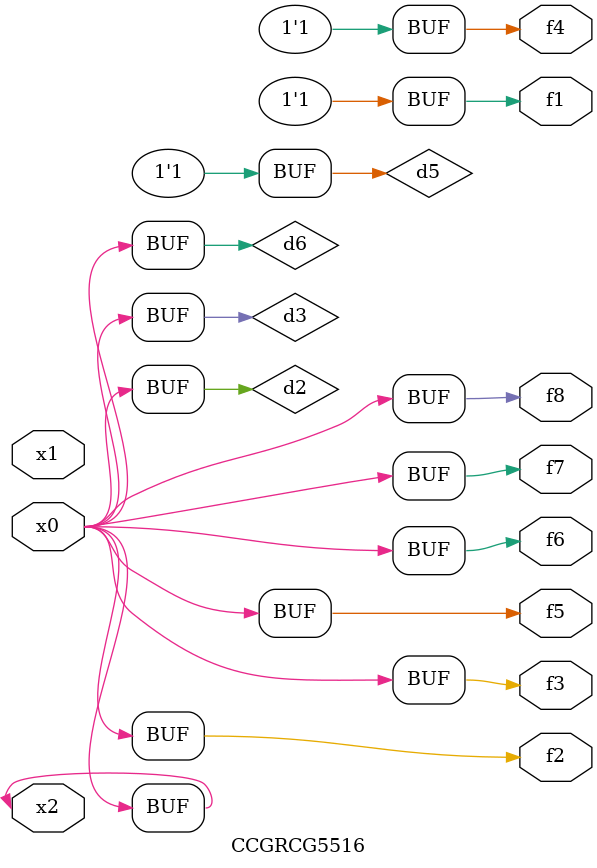
<source format=v>
module CCGRCG5516(
	input x0, x1, x2,
	output f1, f2, f3, f4, f5, f6, f7, f8
);

	wire d1, d2, d3, d4, d5, d6;

	xnor (d1, x2);
	buf (d2, x0, x2);
	and (d3, x0);
	xnor (d4, x1, x2);
	nand (d5, d1, d3);
	buf (d6, d2, d3);
	assign f1 = d5;
	assign f2 = d6;
	assign f3 = d6;
	assign f4 = d5;
	assign f5 = d6;
	assign f6 = d6;
	assign f7 = d6;
	assign f8 = d6;
endmodule

</source>
